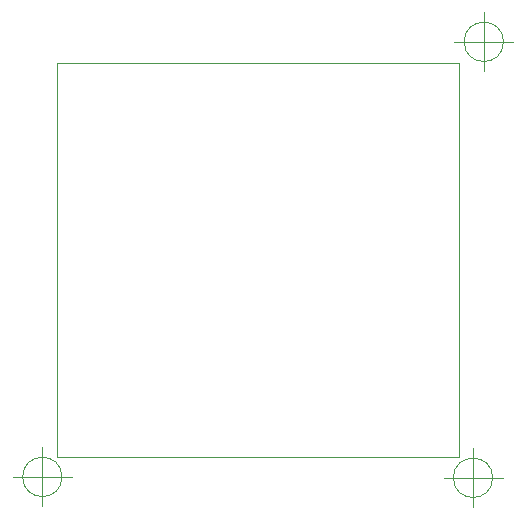
<source format=gbr>
G04 #@! TF.GenerationSoftware,KiCad,Pcbnew,5.1.5*
G04 #@! TF.CreationDate,2020-03-23T15:00:30-04:00*
G04 #@! TF.ProjectId,M55-RJ45,4d35352d-524a-4343-952e-6b696361645f,v0.3*
G04 #@! TF.SameCoordinates,Original*
G04 #@! TF.FileFunction,Profile,NP*
%FSLAX46Y46*%
G04 Gerber Fmt 4.6, Leading zero omitted, Abs format (unit mm)*
G04 Created by KiCad (PCBNEW 5.1.5) date 2020-03-23 15:00:30*
%MOMM*%
%LPD*%
G04 APERTURE LIST*
%ADD10C,0.050000*%
G04 APERTURE END LIST*
D10*
X77782846Y-116227860D02*
G75*
G03X77782846Y-116227860I-1666666J0D01*
G01*
X73616180Y-116227860D02*
X78616180Y-116227860D01*
X76116180Y-113727860D02*
X76116180Y-118727860D01*
X76870986Y-153136600D02*
G75*
G03X76870986Y-153136600I-1666666J0D01*
G01*
X72704320Y-153136600D02*
X77704320Y-153136600D01*
X75204320Y-150636600D02*
X75204320Y-155636600D01*
X40406746Y-153060400D02*
G75*
G03X40406746Y-153060400I-1666666J0D01*
G01*
X36240080Y-153060400D02*
X41240080Y-153060400D01*
X38740080Y-150560400D02*
X38740080Y-155560400D01*
X74000000Y-118000000D02*
X74000000Y-151350000D01*
X40000000Y-118000000D02*
X74000000Y-118000000D01*
X40000000Y-118000000D02*
X40000000Y-151350000D01*
X40000000Y-151350000D02*
X74000000Y-151350000D01*
M02*

</source>
